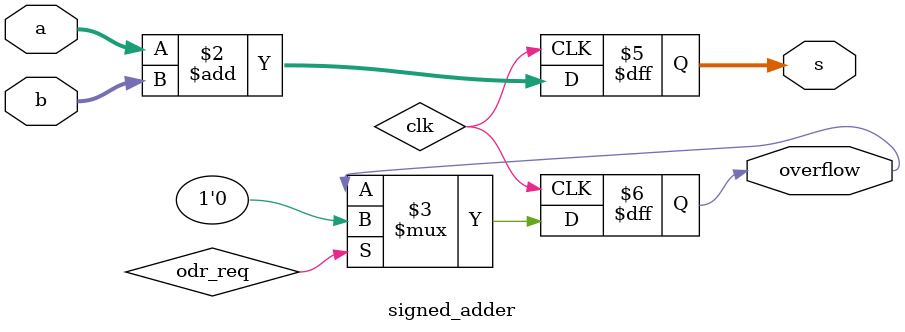
<source format=v>

module signed_adder(input [7:0] a,
    input [7:0] b,
    output [7:0] s,
    output overflow
); 

// The numbers a and b are added to the output s. 
// assign the occurence of the signed overflow of a and b to the output overflow.
// a signed overflow occurs if the most significant bits of a and b are low and the most significant bit of s is high
// a signed overflow may also occur if the most significant bits of a and b are high and the most significant bit of s is low


always@(posedge clk) begin

		  		s <= a + b;
					  	if (odr_req) begin
								  							overflow <= 0;
					  	end
						;
// instantiation of the modules looks upable


//interactions and when statements permits


end
endmodule

</source>
